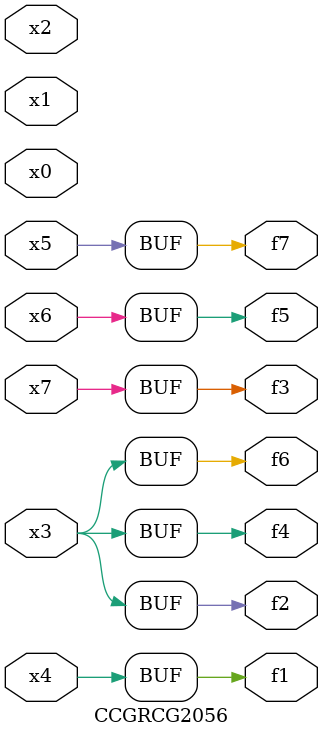
<source format=v>
module CCGRCG2056(
	input x0, x1, x2, x3, x4, x5, x6, x7,
	output f1, f2, f3, f4, f5, f6, f7
);
	assign f1 = x4;
	assign f2 = x3;
	assign f3 = x7;
	assign f4 = x3;
	assign f5 = x6;
	assign f6 = x3;
	assign f7 = x5;
endmodule

</source>
